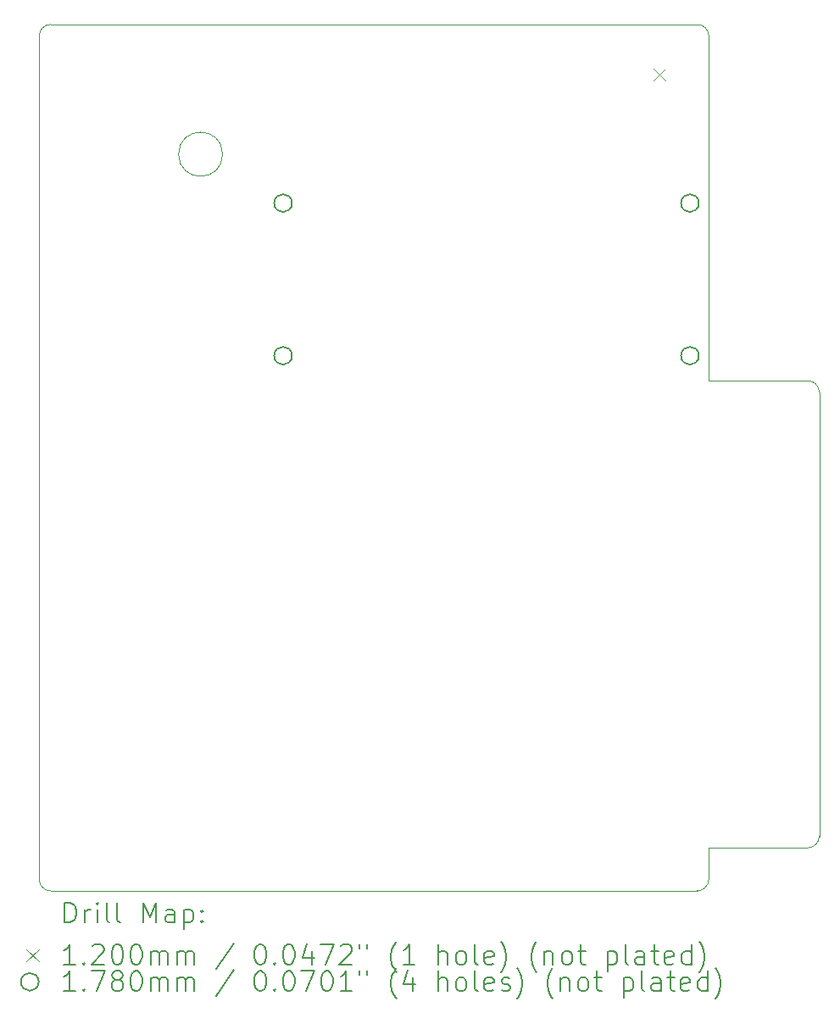
<source format=gbr>
%TF.GenerationSoftware,KiCad,Pcbnew,9.0.3*%
%TF.CreationDate,2025-11-18T20:02:21+00:00*%
%TF.ProjectId,EinsteinTC01PS2,45696e73-7465-4696-9e54-433031505332,rev?*%
%TF.SameCoordinates,Original*%
%TF.FileFunction,Drillmap*%
%TF.FilePolarity,Positive*%
%FSLAX45Y45*%
G04 Gerber Fmt 4.5, Leading zero omitted, Abs format (unit mm)*
G04 Created by KiCad (PCBNEW 9.0.3) date 2025-11-18 20:02:21*
%MOMM*%
%LPD*%
G01*
G04 APERTURE LIST*
%ADD10C,0.100000*%
%ADD11C,0.050000*%
%ADD12C,0.200000*%
%ADD13C,0.120000*%
%ADD14C,0.178000*%
G04 APERTURE END LIST*
D10*
X22566000Y-8818000D02*
X23555996Y-8818000D01*
X22565000Y-13798000D02*
G75*
G02*
X22450996Y-13912000I-114000J0D01*
G01*
X22565000Y-13482000D02*
X22565000Y-13798000D01*
X23555996Y-13482009D02*
X22565000Y-13482000D01*
D11*
X17710000Y-6555000D02*
G75*
G02*
X17270000Y-6555000I-220000J0D01*
G01*
X17270000Y-6555000D02*
G75*
G02*
X17710000Y-6555000I220000J0D01*
G01*
D10*
X15877996Y-5373004D02*
G75*
G02*
X15992000Y-5258996I114004J4D01*
G01*
X15992004Y-13912004D02*
G75*
G02*
X15877996Y-13798000I-4J114004D01*
G01*
X23670000Y-8932004D02*
X23670000Y-13368004D01*
X15991998Y-5259000D02*
X22451996Y-5259000D01*
X23555996Y-8818000D02*
G75*
G02*
X23670000Y-8932004I4J-114000D01*
G01*
X22566000Y-5373000D02*
X22566000Y-8818000D01*
X22450996Y-13912004D02*
X15992000Y-13912004D01*
X22452000Y-5259000D02*
G75*
G02*
X22566000Y-5373004I0J-114000D01*
G01*
X23670000Y-13368004D02*
G75*
G02*
X23555996Y-13482000I-114000J4D01*
G01*
X15878000Y-13798000D02*
X15878000Y-5374002D01*
D12*
D13*
X22013000Y-5700000D02*
X22133000Y-5820000D01*
X22133000Y-5700000D02*
X22013000Y-5820000D01*
D14*
X18403000Y-7043500D02*
G75*
G02*
X18225000Y-7043500I-89000J0D01*
G01*
X18225000Y-7043500D02*
G75*
G02*
X18403000Y-7043500I89000J0D01*
G01*
X18403000Y-8567500D02*
G75*
G02*
X18225000Y-8567500I-89000J0D01*
G01*
X18225000Y-8567500D02*
G75*
G02*
X18403000Y-8567500I89000J0D01*
G01*
X22467000Y-7043500D02*
G75*
G02*
X22289000Y-7043500I-89000J0D01*
G01*
X22289000Y-7043500D02*
G75*
G02*
X22467000Y-7043500I89000J0D01*
G01*
X22467000Y-8567500D02*
G75*
G02*
X22289000Y-8567500I-89000J0D01*
G01*
X22289000Y-8567500D02*
G75*
G02*
X22467000Y-8567500I89000J0D01*
G01*
D12*
X16133772Y-14228488D02*
X16133772Y-14028488D01*
X16133772Y-14028488D02*
X16181391Y-14028488D01*
X16181391Y-14028488D02*
X16209963Y-14038012D01*
X16209963Y-14038012D02*
X16229010Y-14057060D01*
X16229010Y-14057060D02*
X16238534Y-14076107D01*
X16238534Y-14076107D02*
X16248058Y-14114202D01*
X16248058Y-14114202D02*
X16248058Y-14142774D01*
X16248058Y-14142774D02*
X16238534Y-14180869D01*
X16238534Y-14180869D02*
X16229010Y-14199917D01*
X16229010Y-14199917D02*
X16209963Y-14218964D01*
X16209963Y-14218964D02*
X16181391Y-14228488D01*
X16181391Y-14228488D02*
X16133772Y-14228488D01*
X16333772Y-14228488D02*
X16333772Y-14095155D01*
X16333772Y-14133250D02*
X16343296Y-14114202D01*
X16343296Y-14114202D02*
X16352820Y-14104679D01*
X16352820Y-14104679D02*
X16371868Y-14095155D01*
X16371868Y-14095155D02*
X16390915Y-14095155D01*
X16457582Y-14228488D02*
X16457582Y-14095155D01*
X16457582Y-14028488D02*
X16448058Y-14038012D01*
X16448058Y-14038012D02*
X16457582Y-14047536D01*
X16457582Y-14047536D02*
X16467106Y-14038012D01*
X16467106Y-14038012D02*
X16457582Y-14028488D01*
X16457582Y-14028488D02*
X16457582Y-14047536D01*
X16581391Y-14228488D02*
X16562344Y-14218964D01*
X16562344Y-14218964D02*
X16552820Y-14199917D01*
X16552820Y-14199917D02*
X16552820Y-14028488D01*
X16686153Y-14228488D02*
X16667106Y-14218964D01*
X16667106Y-14218964D02*
X16657582Y-14199917D01*
X16657582Y-14199917D02*
X16657582Y-14028488D01*
X16914725Y-14228488D02*
X16914725Y-14028488D01*
X16914725Y-14028488D02*
X16981392Y-14171345D01*
X16981392Y-14171345D02*
X17048058Y-14028488D01*
X17048058Y-14028488D02*
X17048058Y-14228488D01*
X17229011Y-14228488D02*
X17229011Y-14123726D01*
X17229011Y-14123726D02*
X17219487Y-14104679D01*
X17219487Y-14104679D02*
X17200439Y-14095155D01*
X17200439Y-14095155D02*
X17162344Y-14095155D01*
X17162344Y-14095155D02*
X17143296Y-14104679D01*
X17229011Y-14218964D02*
X17209963Y-14228488D01*
X17209963Y-14228488D02*
X17162344Y-14228488D01*
X17162344Y-14228488D02*
X17143296Y-14218964D01*
X17143296Y-14218964D02*
X17133772Y-14199917D01*
X17133772Y-14199917D02*
X17133772Y-14180869D01*
X17133772Y-14180869D02*
X17143296Y-14161821D01*
X17143296Y-14161821D02*
X17162344Y-14152298D01*
X17162344Y-14152298D02*
X17209963Y-14152298D01*
X17209963Y-14152298D02*
X17229011Y-14142774D01*
X17324249Y-14095155D02*
X17324249Y-14295155D01*
X17324249Y-14104679D02*
X17343296Y-14095155D01*
X17343296Y-14095155D02*
X17381392Y-14095155D01*
X17381392Y-14095155D02*
X17400439Y-14104679D01*
X17400439Y-14104679D02*
X17409963Y-14114202D01*
X17409963Y-14114202D02*
X17419487Y-14133250D01*
X17419487Y-14133250D02*
X17419487Y-14190393D01*
X17419487Y-14190393D02*
X17409963Y-14209440D01*
X17409963Y-14209440D02*
X17400439Y-14218964D01*
X17400439Y-14218964D02*
X17381392Y-14228488D01*
X17381392Y-14228488D02*
X17343296Y-14228488D01*
X17343296Y-14228488D02*
X17324249Y-14218964D01*
X17505201Y-14209440D02*
X17514725Y-14218964D01*
X17514725Y-14218964D02*
X17505201Y-14228488D01*
X17505201Y-14228488D02*
X17495677Y-14218964D01*
X17495677Y-14218964D02*
X17505201Y-14209440D01*
X17505201Y-14209440D02*
X17505201Y-14228488D01*
X17505201Y-14104679D02*
X17514725Y-14114202D01*
X17514725Y-14114202D02*
X17505201Y-14123726D01*
X17505201Y-14123726D02*
X17495677Y-14114202D01*
X17495677Y-14114202D02*
X17505201Y-14104679D01*
X17505201Y-14104679D02*
X17505201Y-14123726D01*
D13*
X15752996Y-14497004D02*
X15872996Y-14617004D01*
X15872996Y-14497004D02*
X15752996Y-14617004D01*
D12*
X16238534Y-14648488D02*
X16124249Y-14648488D01*
X16181391Y-14648488D02*
X16181391Y-14448488D01*
X16181391Y-14448488D02*
X16162344Y-14477060D01*
X16162344Y-14477060D02*
X16143296Y-14496107D01*
X16143296Y-14496107D02*
X16124249Y-14505631D01*
X16324249Y-14629440D02*
X16333772Y-14638964D01*
X16333772Y-14638964D02*
X16324249Y-14648488D01*
X16324249Y-14648488D02*
X16314725Y-14638964D01*
X16314725Y-14638964D02*
X16324249Y-14629440D01*
X16324249Y-14629440D02*
X16324249Y-14648488D01*
X16409963Y-14467536D02*
X16419487Y-14458012D01*
X16419487Y-14458012D02*
X16438534Y-14448488D01*
X16438534Y-14448488D02*
X16486153Y-14448488D01*
X16486153Y-14448488D02*
X16505201Y-14458012D01*
X16505201Y-14458012D02*
X16514725Y-14467536D01*
X16514725Y-14467536D02*
X16524249Y-14486583D01*
X16524249Y-14486583D02*
X16524249Y-14505631D01*
X16524249Y-14505631D02*
X16514725Y-14534202D01*
X16514725Y-14534202D02*
X16400439Y-14648488D01*
X16400439Y-14648488D02*
X16524249Y-14648488D01*
X16648058Y-14448488D02*
X16667106Y-14448488D01*
X16667106Y-14448488D02*
X16686153Y-14458012D01*
X16686153Y-14458012D02*
X16695677Y-14467536D01*
X16695677Y-14467536D02*
X16705201Y-14486583D01*
X16705201Y-14486583D02*
X16714725Y-14524679D01*
X16714725Y-14524679D02*
X16714725Y-14572298D01*
X16714725Y-14572298D02*
X16705201Y-14610393D01*
X16705201Y-14610393D02*
X16695677Y-14629440D01*
X16695677Y-14629440D02*
X16686153Y-14638964D01*
X16686153Y-14638964D02*
X16667106Y-14648488D01*
X16667106Y-14648488D02*
X16648058Y-14648488D01*
X16648058Y-14648488D02*
X16629010Y-14638964D01*
X16629010Y-14638964D02*
X16619487Y-14629440D01*
X16619487Y-14629440D02*
X16609963Y-14610393D01*
X16609963Y-14610393D02*
X16600439Y-14572298D01*
X16600439Y-14572298D02*
X16600439Y-14524679D01*
X16600439Y-14524679D02*
X16609963Y-14486583D01*
X16609963Y-14486583D02*
X16619487Y-14467536D01*
X16619487Y-14467536D02*
X16629010Y-14458012D01*
X16629010Y-14458012D02*
X16648058Y-14448488D01*
X16838534Y-14448488D02*
X16857582Y-14448488D01*
X16857582Y-14448488D02*
X16876630Y-14458012D01*
X16876630Y-14458012D02*
X16886153Y-14467536D01*
X16886153Y-14467536D02*
X16895677Y-14486583D01*
X16895677Y-14486583D02*
X16905201Y-14524679D01*
X16905201Y-14524679D02*
X16905201Y-14572298D01*
X16905201Y-14572298D02*
X16895677Y-14610393D01*
X16895677Y-14610393D02*
X16886153Y-14629440D01*
X16886153Y-14629440D02*
X16876630Y-14638964D01*
X16876630Y-14638964D02*
X16857582Y-14648488D01*
X16857582Y-14648488D02*
X16838534Y-14648488D01*
X16838534Y-14648488D02*
X16819487Y-14638964D01*
X16819487Y-14638964D02*
X16809963Y-14629440D01*
X16809963Y-14629440D02*
X16800439Y-14610393D01*
X16800439Y-14610393D02*
X16790915Y-14572298D01*
X16790915Y-14572298D02*
X16790915Y-14524679D01*
X16790915Y-14524679D02*
X16800439Y-14486583D01*
X16800439Y-14486583D02*
X16809963Y-14467536D01*
X16809963Y-14467536D02*
X16819487Y-14458012D01*
X16819487Y-14458012D02*
X16838534Y-14448488D01*
X16990915Y-14648488D02*
X16990915Y-14515155D01*
X16990915Y-14534202D02*
X17000439Y-14524679D01*
X17000439Y-14524679D02*
X17019487Y-14515155D01*
X17019487Y-14515155D02*
X17048058Y-14515155D01*
X17048058Y-14515155D02*
X17067106Y-14524679D01*
X17067106Y-14524679D02*
X17076630Y-14543726D01*
X17076630Y-14543726D02*
X17076630Y-14648488D01*
X17076630Y-14543726D02*
X17086153Y-14524679D01*
X17086153Y-14524679D02*
X17105201Y-14515155D01*
X17105201Y-14515155D02*
X17133772Y-14515155D01*
X17133772Y-14515155D02*
X17152820Y-14524679D01*
X17152820Y-14524679D02*
X17162344Y-14543726D01*
X17162344Y-14543726D02*
X17162344Y-14648488D01*
X17257582Y-14648488D02*
X17257582Y-14515155D01*
X17257582Y-14534202D02*
X17267106Y-14524679D01*
X17267106Y-14524679D02*
X17286153Y-14515155D01*
X17286153Y-14515155D02*
X17314725Y-14515155D01*
X17314725Y-14515155D02*
X17333773Y-14524679D01*
X17333773Y-14524679D02*
X17343296Y-14543726D01*
X17343296Y-14543726D02*
X17343296Y-14648488D01*
X17343296Y-14543726D02*
X17352820Y-14524679D01*
X17352820Y-14524679D02*
X17371868Y-14515155D01*
X17371868Y-14515155D02*
X17400439Y-14515155D01*
X17400439Y-14515155D02*
X17419487Y-14524679D01*
X17419487Y-14524679D02*
X17429011Y-14543726D01*
X17429011Y-14543726D02*
X17429011Y-14648488D01*
X17819487Y-14438964D02*
X17648058Y-14696107D01*
X18076630Y-14448488D02*
X18095677Y-14448488D01*
X18095677Y-14448488D02*
X18114725Y-14458012D01*
X18114725Y-14458012D02*
X18124249Y-14467536D01*
X18124249Y-14467536D02*
X18133773Y-14486583D01*
X18133773Y-14486583D02*
X18143296Y-14524679D01*
X18143296Y-14524679D02*
X18143296Y-14572298D01*
X18143296Y-14572298D02*
X18133773Y-14610393D01*
X18133773Y-14610393D02*
X18124249Y-14629440D01*
X18124249Y-14629440D02*
X18114725Y-14638964D01*
X18114725Y-14638964D02*
X18095677Y-14648488D01*
X18095677Y-14648488D02*
X18076630Y-14648488D01*
X18076630Y-14648488D02*
X18057582Y-14638964D01*
X18057582Y-14638964D02*
X18048058Y-14629440D01*
X18048058Y-14629440D02*
X18038535Y-14610393D01*
X18038535Y-14610393D02*
X18029011Y-14572298D01*
X18029011Y-14572298D02*
X18029011Y-14524679D01*
X18029011Y-14524679D02*
X18038535Y-14486583D01*
X18038535Y-14486583D02*
X18048058Y-14467536D01*
X18048058Y-14467536D02*
X18057582Y-14458012D01*
X18057582Y-14458012D02*
X18076630Y-14448488D01*
X18229011Y-14629440D02*
X18238535Y-14638964D01*
X18238535Y-14638964D02*
X18229011Y-14648488D01*
X18229011Y-14648488D02*
X18219487Y-14638964D01*
X18219487Y-14638964D02*
X18229011Y-14629440D01*
X18229011Y-14629440D02*
X18229011Y-14648488D01*
X18362344Y-14448488D02*
X18381392Y-14448488D01*
X18381392Y-14448488D02*
X18400439Y-14458012D01*
X18400439Y-14458012D02*
X18409963Y-14467536D01*
X18409963Y-14467536D02*
X18419487Y-14486583D01*
X18419487Y-14486583D02*
X18429011Y-14524679D01*
X18429011Y-14524679D02*
X18429011Y-14572298D01*
X18429011Y-14572298D02*
X18419487Y-14610393D01*
X18419487Y-14610393D02*
X18409963Y-14629440D01*
X18409963Y-14629440D02*
X18400439Y-14638964D01*
X18400439Y-14638964D02*
X18381392Y-14648488D01*
X18381392Y-14648488D02*
X18362344Y-14648488D01*
X18362344Y-14648488D02*
X18343296Y-14638964D01*
X18343296Y-14638964D02*
X18333773Y-14629440D01*
X18333773Y-14629440D02*
X18324249Y-14610393D01*
X18324249Y-14610393D02*
X18314725Y-14572298D01*
X18314725Y-14572298D02*
X18314725Y-14524679D01*
X18314725Y-14524679D02*
X18324249Y-14486583D01*
X18324249Y-14486583D02*
X18333773Y-14467536D01*
X18333773Y-14467536D02*
X18343296Y-14458012D01*
X18343296Y-14458012D02*
X18362344Y-14448488D01*
X18600439Y-14515155D02*
X18600439Y-14648488D01*
X18552820Y-14438964D02*
X18505201Y-14581821D01*
X18505201Y-14581821D02*
X18629011Y-14581821D01*
X18686154Y-14448488D02*
X18819487Y-14448488D01*
X18819487Y-14448488D02*
X18733773Y-14648488D01*
X18886154Y-14467536D02*
X18895677Y-14458012D01*
X18895677Y-14458012D02*
X18914725Y-14448488D01*
X18914725Y-14448488D02*
X18962344Y-14448488D01*
X18962344Y-14448488D02*
X18981392Y-14458012D01*
X18981392Y-14458012D02*
X18990916Y-14467536D01*
X18990916Y-14467536D02*
X19000439Y-14486583D01*
X19000439Y-14486583D02*
X19000439Y-14505631D01*
X19000439Y-14505631D02*
X18990916Y-14534202D01*
X18990916Y-14534202D02*
X18876630Y-14648488D01*
X18876630Y-14648488D02*
X19000439Y-14648488D01*
X19076630Y-14448488D02*
X19076630Y-14486583D01*
X19152820Y-14448488D02*
X19152820Y-14486583D01*
X19448059Y-14724679D02*
X19438535Y-14715155D01*
X19438535Y-14715155D02*
X19419487Y-14686583D01*
X19419487Y-14686583D02*
X19409963Y-14667536D01*
X19409963Y-14667536D02*
X19400439Y-14638964D01*
X19400439Y-14638964D02*
X19390916Y-14591345D01*
X19390916Y-14591345D02*
X19390916Y-14553250D01*
X19390916Y-14553250D02*
X19400439Y-14505631D01*
X19400439Y-14505631D02*
X19409963Y-14477060D01*
X19409963Y-14477060D02*
X19419487Y-14458012D01*
X19419487Y-14458012D02*
X19438535Y-14429440D01*
X19438535Y-14429440D02*
X19448059Y-14419917D01*
X19629011Y-14648488D02*
X19514725Y-14648488D01*
X19571868Y-14648488D02*
X19571868Y-14448488D01*
X19571868Y-14448488D02*
X19552820Y-14477060D01*
X19552820Y-14477060D02*
X19533773Y-14496107D01*
X19533773Y-14496107D02*
X19514725Y-14505631D01*
X19867106Y-14648488D02*
X19867106Y-14448488D01*
X19952820Y-14648488D02*
X19952820Y-14543726D01*
X19952820Y-14543726D02*
X19943297Y-14524679D01*
X19943297Y-14524679D02*
X19924249Y-14515155D01*
X19924249Y-14515155D02*
X19895678Y-14515155D01*
X19895678Y-14515155D02*
X19876630Y-14524679D01*
X19876630Y-14524679D02*
X19867106Y-14534202D01*
X20076630Y-14648488D02*
X20057582Y-14638964D01*
X20057582Y-14638964D02*
X20048059Y-14629440D01*
X20048059Y-14629440D02*
X20038535Y-14610393D01*
X20038535Y-14610393D02*
X20038535Y-14553250D01*
X20038535Y-14553250D02*
X20048059Y-14534202D01*
X20048059Y-14534202D02*
X20057582Y-14524679D01*
X20057582Y-14524679D02*
X20076630Y-14515155D01*
X20076630Y-14515155D02*
X20105201Y-14515155D01*
X20105201Y-14515155D02*
X20124249Y-14524679D01*
X20124249Y-14524679D02*
X20133773Y-14534202D01*
X20133773Y-14534202D02*
X20143297Y-14553250D01*
X20143297Y-14553250D02*
X20143297Y-14610393D01*
X20143297Y-14610393D02*
X20133773Y-14629440D01*
X20133773Y-14629440D02*
X20124249Y-14638964D01*
X20124249Y-14638964D02*
X20105201Y-14648488D01*
X20105201Y-14648488D02*
X20076630Y-14648488D01*
X20257582Y-14648488D02*
X20238535Y-14638964D01*
X20238535Y-14638964D02*
X20229011Y-14619917D01*
X20229011Y-14619917D02*
X20229011Y-14448488D01*
X20409963Y-14638964D02*
X20390916Y-14648488D01*
X20390916Y-14648488D02*
X20352820Y-14648488D01*
X20352820Y-14648488D02*
X20333773Y-14638964D01*
X20333773Y-14638964D02*
X20324249Y-14619917D01*
X20324249Y-14619917D02*
X20324249Y-14543726D01*
X20324249Y-14543726D02*
X20333773Y-14524679D01*
X20333773Y-14524679D02*
X20352820Y-14515155D01*
X20352820Y-14515155D02*
X20390916Y-14515155D01*
X20390916Y-14515155D02*
X20409963Y-14524679D01*
X20409963Y-14524679D02*
X20419487Y-14543726D01*
X20419487Y-14543726D02*
X20419487Y-14562774D01*
X20419487Y-14562774D02*
X20324249Y-14581821D01*
X20486154Y-14724679D02*
X20495678Y-14715155D01*
X20495678Y-14715155D02*
X20514725Y-14686583D01*
X20514725Y-14686583D02*
X20524249Y-14667536D01*
X20524249Y-14667536D02*
X20533773Y-14638964D01*
X20533773Y-14638964D02*
X20543297Y-14591345D01*
X20543297Y-14591345D02*
X20543297Y-14553250D01*
X20543297Y-14553250D02*
X20533773Y-14505631D01*
X20533773Y-14505631D02*
X20524249Y-14477060D01*
X20524249Y-14477060D02*
X20514725Y-14458012D01*
X20514725Y-14458012D02*
X20495678Y-14429440D01*
X20495678Y-14429440D02*
X20486154Y-14419917D01*
X20848059Y-14724679D02*
X20838535Y-14715155D01*
X20838535Y-14715155D02*
X20819487Y-14686583D01*
X20819487Y-14686583D02*
X20809963Y-14667536D01*
X20809963Y-14667536D02*
X20800440Y-14638964D01*
X20800440Y-14638964D02*
X20790916Y-14591345D01*
X20790916Y-14591345D02*
X20790916Y-14553250D01*
X20790916Y-14553250D02*
X20800440Y-14505631D01*
X20800440Y-14505631D02*
X20809963Y-14477060D01*
X20809963Y-14477060D02*
X20819487Y-14458012D01*
X20819487Y-14458012D02*
X20838535Y-14429440D01*
X20838535Y-14429440D02*
X20848059Y-14419917D01*
X20924249Y-14515155D02*
X20924249Y-14648488D01*
X20924249Y-14534202D02*
X20933773Y-14524679D01*
X20933773Y-14524679D02*
X20952820Y-14515155D01*
X20952820Y-14515155D02*
X20981392Y-14515155D01*
X20981392Y-14515155D02*
X21000440Y-14524679D01*
X21000440Y-14524679D02*
X21009963Y-14543726D01*
X21009963Y-14543726D02*
X21009963Y-14648488D01*
X21133773Y-14648488D02*
X21114725Y-14638964D01*
X21114725Y-14638964D02*
X21105201Y-14629440D01*
X21105201Y-14629440D02*
X21095678Y-14610393D01*
X21095678Y-14610393D02*
X21095678Y-14553250D01*
X21095678Y-14553250D02*
X21105201Y-14534202D01*
X21105201Y-14534202D02*
X21114725Y-14524679D01*
X21114725Y-14524679D02*
X21133773Y-14515155D01*
X21133773Y-14515155D02*
X21162344Y-14515155D01*
X21162344Y-14515155D02*
X21181392Y-14524679D01*
X21181392Y-14524679D02*
X21190916Y-14534202D01*
X21190916Y-14534202D02*
X21200440Y-14553250D01*
X21200440Y-14553250D02*
X21200440Y-14610393D01*
X21200440Y-14610393D02*
X21190916Y-14629440D01*
X21190916Y-14629440D02*
X21181392Y-14638964D01*
X21181392Y-14638964D02*
X21162344Y-14648488D01*
X21162344Y-14648488D02*
X21133773Y-14648488D01*
X21257582Y-14515155D02*
X21333773Y-14515155D01*
X21286154Y-14448488D02*
X21286154Y-14619917D01*
X21286154Y-14619917D02*
X21295678Y-14638964D01*
X21295678Y-14638964D02*
X21314725Y-14648488D01*
X21314725Y-14648488D02*
X21333773Y-14648488D01*
X21552821Y-14515155D02*
X21552821Y-14715155D01*
X21552821Y-14524679D02*
X21571868Y-14515155D01*
X21571868Y-14515155D02*
X21609963Y-14515155D01*
X21609963Y-14515155D02*
X21629011Y-14524679D01*
X21629011Y-14524679D02*
X21638535Y-14534202D01*
X21638535Y-14534202D02*
X21648059Y-14553250D01*
X21648059Y-14553250D02*
X21648059Y-14610393D01*
X21648059Y-14610393D02*
X21638535Y-14629440D01*
X21638535Y-14629440D02*
X21629011Y-14638964D01*
X21629011Y-14638964D02*
X21609963Y-14648488D01*
X21609963Y-14648488D02*
X21571868Y-14648488D01*
X21571868Y-14648488D02*
X21552821Y-14638964D01*
X21762344Y-14648488D02*
X21743297Y-14638964D01*
X21743297Y-14638964D02*
X21733773Y-14619917D01*
X21733773Y-14619917D02*
X21733773Y-14448488D01*
X21924249Y-14648488D02*
X21924249Y-14543726D01*
X21924249Y-14543726D02*
X21914725Y-14524679D01*
X21914725Y-14524679D02*
X21895678Y-14515155D01*
X21895678Y-14515155D02*
X21857582Y-14515155D01*
X21857582Y-14515155D02*
X21838535Y-14524679D01*
X21924249Y-14638964D02*
X21905202Y-14648488D01*
X21905202Y-14648488D02*
X21857582Y-14648488D01*
X21857582Y-14648488D02*
X21838535Y-14638964D01*
X21838535Y-14638964D02*
X21829011Y-14619917D01*
X21829011Y-14619917D02*
X21829011Y-14600869D01*
X21829011Y-14600869D02*
X21838535Y-14581821D01*
X21838535Y-14581821D02*
X21857582Y-14572298D01*
X21857582Y-14572298D02*
X21905202Y-14572298D01*
X21905202Y-14572298D02*
X21924249Y-14562774D01*
X21990916Y-14515155D02*
X22067106Y-14515155D01*
X22019487Y-14448488D02*
X22019487Y-14619917D01*
X22019487Y-14619917D02*
X22029011Y-14638964D01*
X22029011Y-14638964D02*
X22048059Y-14648488D01*
X22048059Y-14648488D02*
X22067106Y-14648488D01*
X22209963Y-14638964D02*
X22190916Y-14648488D01*
X22190916Y-14648488D02*
X22152821Y-14648488D01*
X22152821Y-14648488D02*
X22133773Y-14638964D01*
X22133773Y-14638964D02*
X22124249Y-14619917D01*
X22124249Y-14619917D02*
X22124249Y-14543726D01*
X22124249Y-14543726D02*
X22133773Y-14524679D01*
X22133773Y-14524679D02*
X22152821Y-14515155D01*
X22152821Y-14515155D02*
X22190916Y-14515155D01*
X22190916Y-14515155D02*
X22209963Y-14524679D01*
X22209963Y-14524679D02*
X22219487Y-14543726D01*
X22219487Y-14543726D02*
X22219487Y-14562774D01*
X22219487Y-14562774D02*
X22124249Y-14581821D01*
X22390916Y-14648488D02*
X22390916Y-14448488D01*
X22390916Y-14638964D02*
X22371868Y-14648488D01*
X22371868Y-14648488D02*
X22333773Y-14648488D01*
X22333773Y-14648488D02*
X22314725Y-14638964D01*
X22314725Y-14638964D02*
X22305202Y-14629440D01*
X22305202Y-14629440D02*
X22295678Y-14610393D01*
X22295678Y-14610393D02*
X22295678Y-14553250D01*
X22295678Y-14553250D02*
X22305202Y-14534202D01*
X22305202Y-14534202D02*
X22314725Y-14524679D01*
X22314725Y-14524679D02*
X22333773Y-14515155D01*
X22333773Y-14515155D02*
X22371868Y-14515155D01*
X22371868Y-14515155D02*
X22390916Y-14524679D01*
X22467106Y-14724679D02*
X22476630Y-14715155D01*
X22476630Y-14715155D02*
X22495678Y-14686583D01*
X22495678Y-14686583D02*
X22505201Y-14667536D01*
X22505201Y-14667536D02*
X22514725Y-14638964D01*
X22514725Y-14638964D02*
X22524249Y-14591345D01*
X22524249Y-14591345D02*
X22524249Y-14553250D01*
X22524249Y-14553250D02*
X22514725Y-14505631D01*
X22514725Y-14505631D02*
X22505201Y-14477060D01*
X22505201Y-14477060D02*
X22495678Y-14458012D01*
X22495678Y-14458012D02*
X22476630Y-14429440D01*
X22476630Y-14429440D02*
X22467106Y-14419917D01*
D14*
X15872996Y-14821004D02*
G75*
G02*
X15694996Y-14821004I-89000J0D01*
G01*
X15694996Y-14821004D02*
G75*
G02*
X15872996Y-14821004I89000J0D01*
G01*
D12*
X16238534Y-14912488D02*
X16124249Y-14912488D01*
X16181391Y-14912488D02*
X16181391Y-14712488D01*
X16181391Y-14712488D02*
X16162344Y-14741060D01*
X16162344Y-14741060D02*
X16143296Y-14760107D01*
X16143296Y-14760107D02*
X16124249Y-14769631D01*
X16324249Y-14893440D02*
X16333772Y-14902964D01*
X16333772Y-14902964D02*
X16324249Y-14912488D01*
X16324249Y-14912488D02*
X16314725Y-14902964D01*
X16314725Y-14902964D02*
X16324249Y-14893440D01*
X16324249Y-14893440D02*
X16324249Y-14912488D01*
X16400439Y-14712488D02*
X16533772Y-14712488D01*
X16533772Y-14712488D02*
X16448058Y-14912488D01*
X16638534Y-14798202D02*
X16619487Y-14788679D01*
X16619487Y-14788679D02*
X16609963Y-14779155D01*
X16609963Y-14779155D02*
X16600439Y-14760107D01*
X16600439Y-14760107D02*
X16600439Y-14750583D01*
X16600439Y-14750583D02*
X16609963Y-14731536D01*
X16609963Y-14731536D02*
X16619487Y-14722012D01*
X16619487Y-14722012D02*
X16638534Y-14712488D01*
X16638534Y-14712488D02*
X16676630Y-14712488D01*
X16676630Y-14712488D02*
X16695677Y-14722012D01*
X16695677Y-14722012D02*
X16705201Y-14731536D01*
X16705201Y-14731536D02*
X16714725Y-14750583D01*
X16714725Y-14750583D02*
X16714725Y-14760107D01*
X16714725Y-14760107D02*
X16705201Y-14779155D01*
X16705201Y-14779155D02*
X16695677Y-14788679D01*
X16695677Y-14788679D02*
X16676630Y-14798202D01*
X16676630Y-14798202D02*
X16638534Y-14798202D01*
X16638534Y-14798202D02*
X16619487Y-14807726D01*
X16619487Y-14807726D02*
X16609963Y-14817250D01*
X16609963Y-14817250D02*
X16600439Y-14836298D01*
X16600439Y-14836298D02*
X16600439Y-14874393D01*
X16600439Y-14874393D02*
X16609963Y-14893440D01*
X16609963Y-14893440D02*
X16619487Y-14902964D01*
X16619487Y-14902964D02*
X16638534Y-14912488D01*
X16638534Y-14912488D02*
X16676630Y-14912488D01*
X16676630Y-14912488D02*
X16695677Y-14902964D01*
X16695677Y-14902964D02*
X16705201Y-14893440D01*
X16705201Y-14893440D02*
X16714725Y-14874393D01*
X16714725Y-14874393D02*
X16714725Y-14836298D01*
X16714725Y-14836298D02*
X16705201Y-14817250D01*
X16705201Y-14817250D02*
X16695677Y-14807726D01*
X16695677Y-14807726D02*
X16676630Y-14798202D01*
X16838534Y-14712488D02*
X16857582Y-14712488D01*
X16857582Y-14712488D02*
X16876630Y-14722012D01*
X16876630Y-14722012D02*
X16886153Y-14731536D01*
X16886153Y-14731536D02*
X16895677Y-14750583D01*
X16895677Y-14750583D02*
X16905201Y-14788679D01*
X16905201Y-14788679D02*
X16905201Y-14836298D01*
X16905201Y-14836298D02*
X16895677Y-14874393D01*
X16895677Y-14874393D02*
X16886153Y-14893440D01*
X16886153Y-14893440D02*
X16876630Y-14902964D01*
X16876630Y-14902964D02*
X16857582Y-14912488D01*
X16857582Y-14912488D02*
X16838534Y-14912488D01*
X16838534Y-14912488D02*
X16819487Y-14902964D01*
X16819487Y-14902964D02*
X16809963Y-14893440D01*
X16809963Y-14893440D02*
X16800439Y-14874393D01*
X16800439Y-14874393D02*
X16790915Y-14836298D01*
X16790915Y-14836298D02*
X16790915Y-14788679D01*
X16790915Y-14788679D02*
X16800439Y-14750583D01*
X16800439Y-14750583D02*
X16809963Y-14731536D01*
X16809963Y-14731536D02*
X16819487Y-14722012D01*
X16819487Y-14722012D02*
X16838534Y-14712488D01*
X16990915Y-14912488D02*
X16990915Y-14779155D01*
X16990915Y-14798202D02*
X17000439Y-14788679D01*
X17000439Y-14788679D02*
X17019487Y-14779155D01*
X17019487Y-14779155D02*
X17048058Y-14779155D01*
X17048058Y-14779155D02*
X17067106Y-14788679D01*
X17067106Y-14788679D02*
X17076630Y-14807726D01*
X17076630Y-14807726D02*
X17076630Y-14912488D01*
X17076630Y-14807726D02*
X17086153Y-14788679D01*
X17086153Y-14788679D02*
X17105201Y-14779155D01*
X17105201Y-14779155D02*
X17133772Y-14779155D01*
X17133772Y-14779155D02*
X17152820Y-14788679D01*
X17152820Y-14788679D02*
X17162344Y-14807726D01*
X17162344Y-14807726D02*
X17162344Y-14912488D01*
X17257582Y-14912488D02*
X17257582Y-14779155D01*
X17257582Y-14798202D02*
X17267106Y-14788679D01*
X17267106Y-14788679D02*
X17286153Y-14779155D01*
X17286153Y-14779155D02*
X17314725Y-14779155D01*
X17314725Y-14779155D02*
X17333773Y-14788679D01*
X17333773Y-14788679D02*
X17343296Y-14807726D01*
X17343296Y-14807726D02*
X17343296Y-14912488D01*
X17343296Y-14807726D02*
X17352820Y-14788679D01*
X17352820Y-14788679D02*
X17371868Y-14779155D01*
X17371868Y-14779155D02*
X17400439Y-14779155D01*
X17400439Y-14779155D02*
X17419487Y-14788679D01*
X17419487Y-14788679D02*
X17429011Y-14807726D01*
X17429011Y-14807726D02*
X17429011Y-14912488D01*
X17819487Y-14702964D02*
X17648058Y-14960107D01*
X18076630Y-14712488D02*
X18095677Y-14712488D01*
X18095677Y-14712488D02*
X18114725Y-14722012D01*
X18114725Y-14722012D02*
X18124249Y-14731536D01*
X18124249Y-14731536D02*
X18133773Y-14750583D01*
X18133773Y-14750583D02*
X18143296Y-14788679D01*
X18143296Y-14788679D02*
X18143296Y-14836298D01*
X18143296Y-14836298D02*
X18133773Y-14874393D01*
X18133773Y-14874393D02*
X18124249Y-14893440D01*
X18124249Y-14893440D02*
X18114725Y-14902964D01*
X18114725Y-14902964D02*
X18095677Y-14912488D01*
X18095677Y-14912488D02*
X18076630Y-14912488D01*
X18076630Y-14912488D02*
X18057582Y-14902964D01*
X18057582Y-14902964D02*
X18048058Y-14893440D01*
X18048058Y-14893440D02*
X18038535Y-14874393D01*
X18038535Y-14874393D02*
X18029011Y-14836298D01*
X18029011Y-14836298D02*
X18029011Y-14788679D01*
X18029011Y-14788679D02*
X18038535Y-14750583D01*
X18038535Y-14750583D02*
X18048058Y-14731536D01*
X18048058Y-14731536D02*
X18057582Y-14722012D01*
X18057582Y-14722012D02*
X18076630Y-14712488D01*
X18229011Y-14893440D02*
X18238535Y-14902964D01*
X18238535Y-14902964D02*
X18229011Y-14912488D01*
X18229011Y-14912488D02*
X18219487Y-14902964D01*
X18219487Y-14902964D02*
X18229011Y-14893440D01*
X18229011Y-14893440D02*
X18229011Y-14912488D01*
X18362344Y-14712488D02*
X18381392Y-14712488D01*
X18381392Y-14712488D02*
X18400439Y-14722012D01*
X18400439Y-14722012D02*
X18409963Y-14731536D01*
X18409963Y-14731536D02*
X18419487Y-14750583D01*
X18419487Y-14750583D02*
X18429011Y-14788679D01*
X18429011Y-14788679D02*
X18429011Y-14836298D01*
X18429011Y-14836298D02*
X18419487Y-14874393D01*
X18419487Y-14874393D02*
X18409963Y-14893440D01*
X18409963Y-14893440D02*
X18400439Y-14902964D01*
X18400439Y-14902964D02*
X18381392Y-14912488D01*
X18381392Y-14912488D02*
X18362344Y-14912488D01*
X18362344Y-14912488D02*
X18343296Y-14902964D01*
X18343296Y-14902964D02*
X18333773Y-14893440D01*
X18333773Y-14893440D02*
X18324249Y-14874393D01*
X18324249Y-14874393D02*
X18314725Y-14836298D01*
X18314725Y-14836298D02*
X18314725Y-14788679D01*
X18314725Y-14788679D02*
X18324249Y-14750583D01*
X18324249Y-14750583D02*
X18333773Y-14731536D01*
X18333773Y-14731536D02*
X18343296Y-14722012D01*
X18343296Y-14722012D02*
X18362344Y-14712488D01*
X18495677Y-14712488D02*
X18629011Y-14712488D01*
X18629011Y-14712488D02*
X18543296Y-14912488D01*
X18743296Y-14712488D02*
X18762344Y-14712488D01*
X18762344Y-14712488D02*
X18781392Y-14722012D01*
X18781392Y-14722012D02*
X18790916Y-14731536D01*
X18790916Y-14731536D02*
X18800439Y-14750583D01*
X18800439Y-14750583D02*
X18809963Y-14788679D01*
X18809963Y-14788679D02*
X18809963Y-14836298D01*
X18809963Y-14836298D02*
X18800439Y-14874393D01*
X18800439Y-14874393D02*
X18790916Y-14893440D01*
X18790916Y-14893440D02*
X18781392Y-14902964D01*
X18781392Y-14902964D02*
X18762344Y-14912488D01*
X18762344Y-14912488D02*
X18743296Y-14912488D01*
X18743296Y-14912488D02*
X18724249Y-14902964D01*
X18724249Y-14902964D02*
X18714725Y-14893440D01*
X18714725Y-14893440D02*
X18705201Y-14874393D01*
X18705201Y-14874393D02*
X18695677Y-14836298D01*
X18695677Y-14836298D02*
X18695677Y-14788679D01*
X18695677Y-14788679D02*
X18705201Y-14750583D01*
X18705201Y-14750583D02*
X18714725Y-14731536D01*
X18714725Y-14731536D02*
X18724249Y-14722012D01*
X18724249Y-14722012D02*
X18743296Y-14712488D01*
X19000439Y-14912488D02*
X18886154Y-14912488D01*
X18943296Y-14912488D02*
X18943296Y-14712488D01*
X18943296Y-14712488D02*
X18924249Y-14741060D01*
X18924249Y-14741060D02*
X18905201Y-14760107D01*
X18905201Y-14760107D02*
X18886154Y-14769631D01*
X19076630Y-14712488D02*
X19076630Y-14750583D01*
X19152820Y-14712488D02*
X19152820Y-14750583D01*
X19448059Y-14988679D02*
X19438535Y-14979155D01*
X19438535Y-14979155D02*
X19419487Y-14950583D01*
X19419487Y-14950583D02*
X19409963Y-14931536D01*
X19409963Y-14931536D02*
X19400439Y-14902964D01*
X19400439Y-14902964D02*
X19390916Y-14855345D01*
X19390916Y-14855345D02*
X19390916Y-14817250D01*
X19390916Y-14817250D02*
X19400439Y-14769631D01*
X19400439Y-14769631D02*
X19409963Y-14741060D01*
X19409963Y-14741060D02*
X19419487Y-14722012D01*
X19419487Y-14722012D02*
X19438535Y-14693440D01*
X19438535Y-14693440D02*
X19448059Y-14683917D01*
X19609963Y-14779155D02*
X19609963Y-14912488D01*
X19562344Y-14702964D02*
X19514725Y-14845821D01*
X19514725Y-14845821D02*
X19638535Y-14845821D01*
X19867106Y-14912488D02*
X19867106Y-14712488D01*
X19952820Y-14912488D02*
X19952820Y-14807726D01*
X19952820Y-14807726D02*
X19943297Y-14788679D01*
X19943297Y-14788679D02*
X19924249Y-14779155D01*
X19924249Y-14779155D02*
X19895678Y-14779155D01*
X19895678Y-14779155D02*
X19876630Y-14788679D01*
X19876630Y-14788679D02*
X19867106Y-14798202D01*
X20076630Y-14912488D02*
X20057582Y-14902964D01*
X20057582Y-14902964D02*
X20048059Y-14893440D01*
X20048059Y-14893440D02*
X20038535Y-14874393D01*
X20038535Y-14874393D02*
X20038535Y-14817250D01*
X20038535Y-14817250D02*
X20048059Y-14798202D01*
X20048059Y-14798202D02*
X20057582Y-14788679D01*
X20057582Y-14788679D02*
X20076630Y-14779155D01*
X20076630Y-14779155D02*
X20105201Y-14779155D01*
X20105201Y-14779155D02*
X20124249Y-14788679D01*
X20124249Y-14788679D02*
X20133773Y-14798202D01*
X20133773Y-14798202D02*
X20143297Y-14817250D01*
X20143297Y-14817250D02*
X20143297Y-14874393D01*
X20143297Y-14874393D02*
X20133773Y-14893440D01*
X20133773Y-14893440D02*
X20124249Y-14902964D01*
X20124249Y-14902964D02*
X20105201Y-14912488D01*
X20105201Y-14912488D02*
X20076630Y-14912488D01*
X20257582Y-14912488D02*
X20238535Y-14902964D01*
X20238535Y-14902964D02*
X20229011Y-14883917D01*
X20229011Y-14883917D02*
X20229011Y-14712488D01*
X20409963Y-14902964D02*
X20390916Y-14912488D01*
X20390916Y-14912488D02*
X20352820Y-14912488D01*
X20352820Y-14912488D02*
X20333773Y-14902964D01*
X20333773Y-14902964D02*
X20324249Y-14883917D01*
X20324249Y-14883917D02*
X20324249Y-14807726D01*
X20324249Y-14807726D02*
X20333773Y-14788679D01*
X20333773Y-14788679D02*
X20352820Y-14779155D01*
X20352820Y-14779155D02*
X20390916Y-14779155D01*
X20390916Y-14779155D02*
X20409963Y-14788679D01*
X20409963Y-14788679D02*
X20419487Y-14807726D01*
X20419487Y-14807726D02*
X20419487Y-14826774D01*
X20419487Y-14826774D02*
X20324249Y-14845821D01*
X20495678Y-14902964D02*
X20514725Y-14912488D01*
X20514725Y-14912488D02*
X20552820Y-14912488D01*
X20552820Y-14912488D02*
X20571868Y-14902964D01*
X20571868Y-14902964D02*
X20581392Y-14883917D01*
X20581392Y-14883917D02*
X20581392Y-14874393D01*
X20581392Y-14874393D02*
X20571868Y-14855345D01*
X20571868Y-14855345D02*
X20552820Y-14845821D01*
X20552820Y-14845821D02*
X20524249Y-14845821D01*
X20524249Y-14845821D02*
X20505201Y-14836298D01*
X20505201Y-14836298D02*
X20495678Y-14817250D01*
X20495678Y-14817250D02*
X20495678Y-14807726D01*
X20495678Y-14807726D02*
X20505201Y-14788679D01*
X20505201Y-14788679D02*
X20524249Y-14779155D01*
X20524249Y-14779155D02*
X20552820Y-14779155D01*
X20552820Y-14779155D02*
X20571868Y-14788679D01*
X20648059Y-14988679D02*
X20657582Y-14979155D01*
X20657582Y-14979155D02*
X20676630Y-14950583D01*
X20676630Y-14950583D02*
X20686154Y-14931536D01*
X20686154Y-14931536D02*
X20695678Y-14902964D01*
X20695678Y-14902964D02*
X20705201Y-14855345D01*
X20705201Y-14855345D02*
X20705201Y-14817250D01*
X20705201Y-14817250D02*
X20695678Y-14769631D01*
X20695678Y-14769631D02*
X20686154Y-14741060D01*
X20686154Y-14741060D02*
X20676630Y-14722012D01*
X20676630Y-14722012D02*
X20657582Y-14693440D01*
X20657582Y-14693440D02*
X20648059Y-14683917D01*
X21009963Y-14988679D02*
X21000440Y-14979155D01*
X21000440Y-14979155D02*
X20981392Y-14950583D01*
X20981392Y-14950583D02*
X20971868Y-14931536D01*
X20971868Y-14931536D02*
X20962344Y-14902964D01*
X20962344Y-14902964D02*
X20952821Y-14855345D01*
X20952821Y-14855345D02*
X20952821Y-14817250D01*
X20952821Y-14817250D02*
X20962344Y-14769631D01*
X20962344Y-14769631D02*
X20971868Y-14741060D01*
X20971868Y-14741060D02*
X20981392Y-14722012D01*
X20981392Y-14722012D02*
X21000440Y-14693440D01*
X21000440Y-14693440D02*
X21009963Y-14683917D01*
X21086154Y-14779155D02*
X21086154Y-14912488D01*
X21086154Y-14798202D02*
X21095678Y-14788679D01*
X21095678Y-14788679D02*
X21114725Y-14779155D01*
X21114725Y-14779155D02*
X21143297Y-14779155D01*
X21143297Y-14779155D02*
X21162344Y-14788679D01*
X21162344Y-14788679D02*
X21171868Y-14807726D01*
X21171868Y-14807726D02*
X21171868Y-14912488D01*
X21295678Y-14912488D02*
X21276630Y-14902964D01*
X21276630Y-14902964D02*
X21267106Y-14893440D01*
X21267106Y-14893440D02*
X21257582Y-14874393D01*
X21257582Y-14874393D02*
X21257582Y-14817250D01*
X21257582Y-14817250D02*
X21267106Y-14798202D01*
X21267106Y-14798202D02*
X21276630Y-14788679D01*
X21276630Y-14788679D02*
X21295678Y-14779155D01*
X21295678Y-14779155D02*
X21324249Y-14779155D01*
X21324249Y-14779155D02*
X21343297Y-14788679D01*
X21343297Y-14788679D02*
X21352821Y-14798202D01*
X21352821Y-14798202D02*
X21362344Y-14817250D01*
X21362344Y-14817250D02*
X21362344Y-14874393D01*
X21362344Y-14874393D02*
X21352821Y-14893440D01*
X21352821Y-14893440D02*
X21343297Y-14902964D01*
X21343297Y-14902964D02*
X21324249Y-14912488D01*
X21324249Y-14912488D02*
X21295678Y-14912488D01*
X21419487Y-14779155D02*
X21495678Y-14779155D01*
X21448059Y-14712488D02*
X21448059Y-14883917D01*
X21448059Y-14883917D02*
X21457582Y-14902964D01*
X21457582Y-14902964D02*
X21476630Y-14912488D01*
X21476630Y-14912488D02*
X21495678Y-14912488D01*
X21714725Y-14779155D02*
X21714725Y-14979155D01*
X21714725Y-14788679D02*
X21733773Y-14779155D01*
X21733773Y-14779155D02*
X21771868Y-14779155D01*
X21771868Y-14779155D02*
X21790916Y-14788679D01*
X21790916Y-14788679D02*
X21800440Y-14798202D01*
X21800440Y-14798202D02*
X21809963Y-14817250D01*
X21809963Y-14817250D02*
X21809963Y-14874393D01*
X21809963Y-14874393D02*
X21800440Y-14893440D01*
X21800440Y-14893440D02*
X21790916Y-14902964D01*
X21790916Y-14902964D02*
X21771868Y-14912488D01*
X21771868Y-14912488D02*
X21733773Y-14912488D01*
X21733773Y-14912488D02*
X21714725Y-14902964D01*
X21924249Y-14912488D02*
X21905202Y-14902964D01*
X21905202Y-14902964D02*
X21895678Y-14883917D01*
X21895678Y-14883917D02*
X21895678Y-14712488D01*
X22086154Y-14912488D02*
X22086154Y-14807726D01*
X22086154Y-14807726D02*
X22076630Y-14788679D01*
X22076630Y-14788679D02*
X22057583Y-14779155D01*
X22057583Y-14779155D02*
X22019487Y-14779155D01*
X22019487Y-14779155D02*
X22000440Y-14788679D01*
X22086154Y-14902964D02*
X22067106Y-14912488D01*
X22067106Y-14912488D02*
X22019487Y-14912488D01*
X22019487Y-14912488D02*
X22000440Y-14902964D01*
X22000440Y-14902964D02*
X21990916Y-14883917D01*
X21990916Y-14883917D02*
X21990916Y-14864869D01*
X21990916Y-14864869D02*
X22000440Y-14845821D01*
X22000440Y-14845821D02*
X22019487Y-14836298D01*
X22019487Y-14836298D02*
X22067106Y-14836298D01*
X22067106Y-14836298D02*
X22086154Y-14826774D01*
X22152821Y-14779155D02*
X22229011Y-14779155D01*
X22181392Y-14712488D02*
X22181392Y-14883917D01*
X22181392Y-14883917D02*
X22190916Y-14902964D01*
X22190916Y-14902964D02*
X22209963Y-14912488D01*
X22209963Y-14912488D02*
X22229011Y-14912488D01*
X22371868Y-14902964D02*
X22352821Y-14912488D01*
X22352821Y-14912488D02*
X22314725Y-14912488D01*
X22314725Y-14912488D02*
X22295678Y-14902964D01*
X22295678Y-14902964D02*
X22286154Y-14883917D01*
X22286154Y-14883917D02*
X22286154Y-14807726D01*
X22286154Y-14807726D02*
X22295678Y-14788679D01*
X22295678Y-14788679D02*
X22314725Y-14779155D01*
X22314725Y-14779155D02*
X22352821Y-14779155D01*
X22352821Y-14779155D02*
X22371868Y-14788679D01*
X22371868Y-14788679D02*
X22381392Y-14807726D01*
X22381392Y-14807726D02*
X22381392Y-14826774D01*
X22381392Y-14826774D02*
X22286154Y-14845821D01*
X22552821Y-14912488D02*
X22552821Y-14712488D01*
X22552821Y-14902964D02*
X22533773Y-14912488D01*
X22533773Y-14912488D02*
X22495678Y-14912488D01*
X22495678Y-14912488D02*
X22476630Y-14902964D01*
X22476630Y-14902964D02*
X22467106Y-14893440D01*
X22467106Y-14893440D02*
X22457582Y-14874393D01*
X22457582Y-14874393D02*
X22457582Y-14817250D01*
X22457582Y-14817250D02*
X22467106Y-14798202D01*
X22467106Y-14798202D02*
X22476630Y-14788679D01*
X22476630Y-14788679D02*
X22495678Y-14779155D01*
X22495678Y-14779155D02*
X22533773Y-14779155D01*
X22533773Y-14779155D02*
X22552821Y-14788679D01*
X22629011Y-14988679D02*
X22638535Y-14979155D01*
X22638535Y-14979155D02*
X22657582Y-14950583D01*
X22657582Y-14950583D02*
X22667106Y-14931536D01*
X22667106Y-14931536D02*
X22676630Y-14902964D01*
X22676630Y-14902964D02*
X22686154Y-14855345D01*
X22686154Y-14855345D02*
X22686154Y-14817250D01*
X22686154Y-14817250D02*
X22676630Y-14769631D01*
X22676630Y-14769631D02*
X22667106Y-14741060D01*
X22667106Y-14741060D02*
X22657582Y-14722012D01*
X22657582Y-14722012D02*
X22638535Y-14693440D01*
X22638535Y-14693440D02*
X22629011Y-14683917D01*
M02*

</source>
